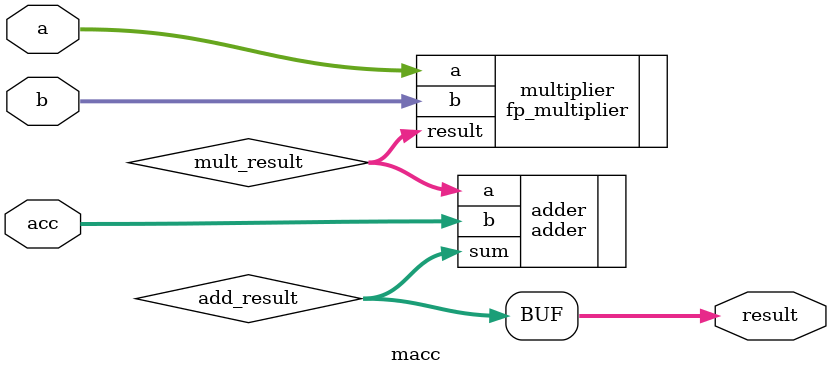
<source format=v>
`timescale 1ns / 1ps


module macc (
    input [31:0] a,          // First floating-point input for multiplication
    input [31:0] b,          // Second floating-point input for multiplication
    input [31:0] acc,        // Accumulator input (previous accumulated result)
    output [31:0] result     // Output result (new accumulated value)
);
    wire [31:0] mult_result; // Intermediate result of the multiplier
    wire [31:0] add_result;  // Intermediate result of the adder
    
    // Instantiate floating-point multiplier
    fp_multiplier multiplier (
        .a(a),
        .b(b),
        .result(mult_result)  // Store intermediate multiplication result
    );
    
    // Instantiate floating-point adder
    adder adder (
        .a(mult_result),      // Use multiplier result as input to the adder
        .b(acc),
        .sum(add_result)   // Store intermediate addition result
    );
    
    // The result of the MAC operation (accumulation)
    assign result = add_result;  // Only the adder drives the final result

endmodule

</source>
